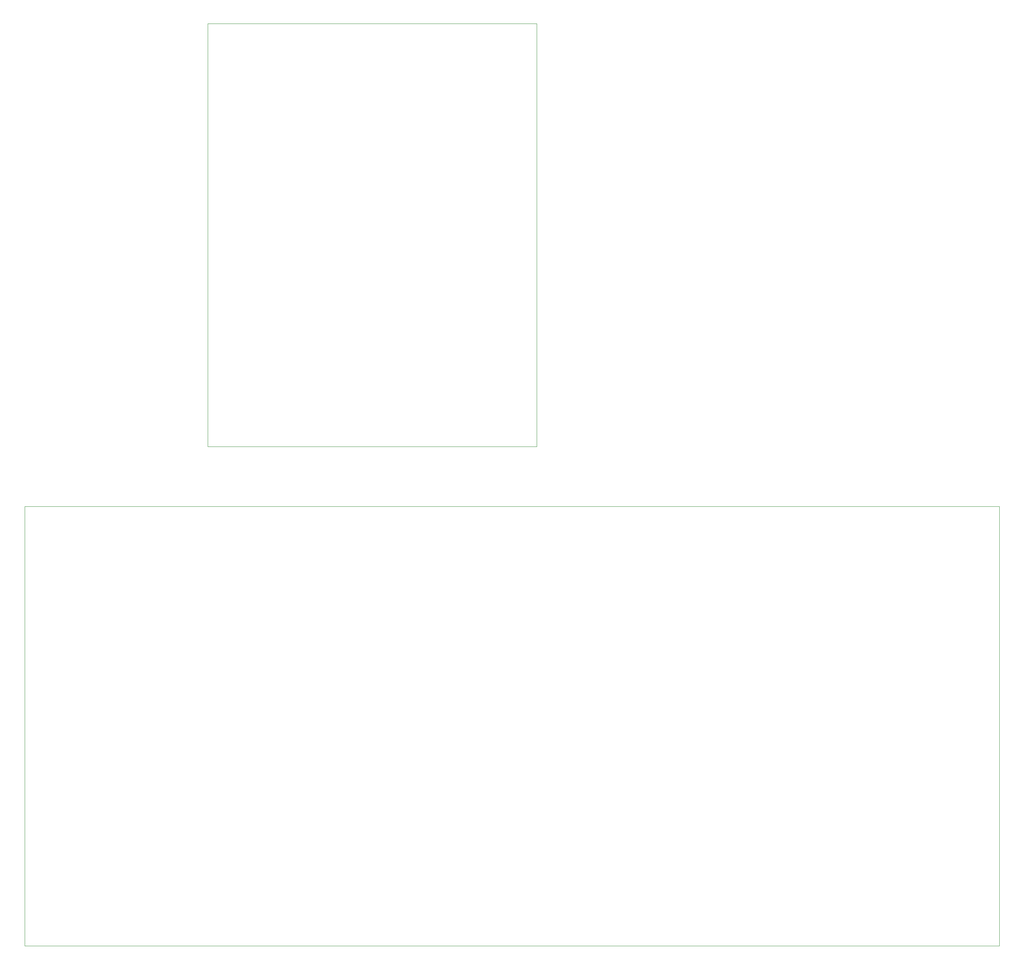
<source format=gm1>
G04 #@! TF.GenerationSoftware,KiCad,Pcbnew,6.0.5-2.fc35*
G04 #@! TF.CreationDate,2022-07-07T15:13:14+02:00*
G04 #@! TF.ProjectId,matrix-sq-v1,6d617472-6978-42d7-9371-2d76312e6b69,rev?*
G04 #@! TF.SameCoordinates,Original*
G04 #@! TF.FileFunction,Profile,NP*
%FSLAX46Y46*%
G04 Gerber Fmt 4.6, Leading zero omitted, Abs format (unit mm)*
G04 Created by KiCad (PCBNEW 6.0.5-2.fc35) date 2022-07-07 15:13:14*
%MOMM*%
%LPD*%
G01*
G04 APERTURE LIST*
G04 #@! TA.AperFunction,Profile*
%ADD10C,0.100000*%
G04 #@! TD*
G04 APERTURE END LIST*
D10*
X108300000Y-131900000D02*
X182700000Y-131900000D01*
X182700000Y-131900000D02*
X182700000Y-227700000D01*
X182700000Y-227700000D02*
X108300000Y-227700000D01*
X108300000Y-227700000D02*
X108300000Y-131900000D01*
X66850000Y-241200000D02*
X287350000Y-241200000D01*
X287350000Y-241200000D02*
X287350000Y-340700000D01*
X287350000Y-340700000D02*
X66850000Y-340700000D01*
X66850000Y-340700000D02*
X66850000Y-241200000D01*
M02*

</source>
